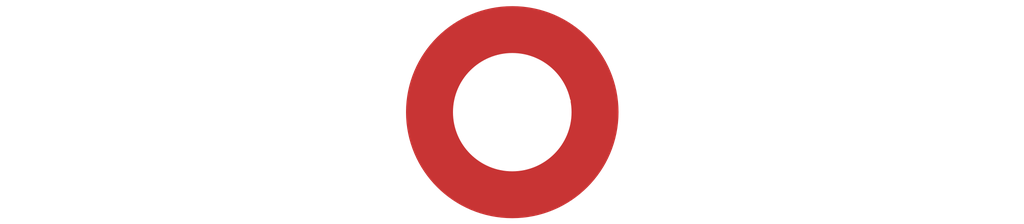
<source format=kicad_pcb>
(kicad_pcb (version 20240108) (generator pcbnew)
  (layers (0 "F.Cu" signal) (31 "B.Cu" signal) (34 "B.Paste" user) (35 "F.Paste" user) (36 "B.SilkS" user "B.Silkscreen") (37 "F.SilkS" user "F.Silkscreen") (38 "B.Mask" user) (39 "F.Mask" user) (44 "Edge.Cuts" user))
  (net 0 "")
  (footprint "MountingHole_5.3mm_M5_ISO7380_Pad_TopOnly" (layer "F.Cu") (at 0 0)
    (property "Reference" "REF**")
    (property "Value" "MountingHole_5.3mm_M5_ISO7380_Pad_TopOnly")
    (pad "1" thru_hole circle (at 0 0) (size 5.7 5.7) (drill 5.3) (layers *.Cu *.Mask) (remove_unused_layers))
    (pad "1" connect circle (at 0 0) (size 9.5 9.5) (layers "F.Cu" "F.Mask"))
  )
)
</source>
